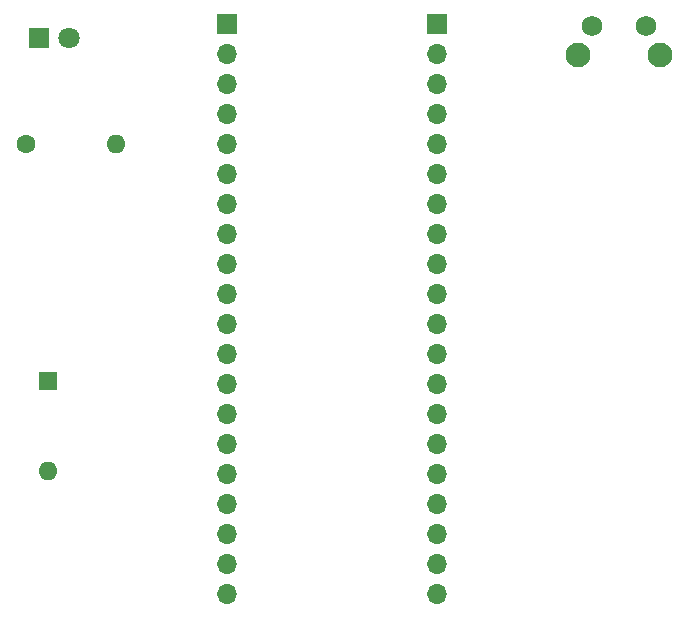
<source format=gbr>
%TF.GenerationSoftware,KiCad,Pcbnew,8.0.4*%
%TF.CreationDate,2024-08-11T18:13:53+02:00*%
%TF.ProjectId,PiChannelF,50694368-616e-46e6-956c-462e6b696361,1*%
%TF.SameCoordinates,Original*%
%TF.FileFunction,Soldermask,Bot*%
%TF.FilePolarity,Negative*%
%FSLAX46Y46*%
G04 Gerber Fmt 4.6, Leading zero omitted, Abs format (unit mm)*
G04 Created by KiCad (PCBNEW 8.0.4) date 2024-08-11 18:13:53*
%MOMM*%
%LPD*%
G01*
G04 APERTURE LIST*
%ADD10R,1.600000X1.600000*%
%ADD11O,1.600000X1.600000*%
%ADD12R,1.800000X1.800000*%
%ADD13C,1.800000*%
%ADD14C,1.600000*%
%ADD15R,1.700000X1.700000*%
%ADD16O,1.700000X1.700000*%
%ADD17C,2.100000*%
%ADD18C,1.750000*%
G04 APERTURE END LIST*
D10*
%TO.C,D1*%
X75850000Y-58300000D03*
D11*
X75850000Y-65920000D03*
%TD*%
D12*
%TO.C,D2*%
X75135000Y-29275000D03*
D13*
X77675000Y-29275000D03*
%TD*%
D14*
%TO.C,R1*%
X74005000Y-38225000D03*
D11*
X81625000Y-38225000D03*
%TD*%
D15*
%TO.C,J1*%
X108825000Y-28085000D03*
D16*
X108825000Y-30625000D03*
X108825000Y-33165000D03*
X108825000Y-35705000D03*
X108825000Y-38245000D03*
X108825000Y-40785000D03*
X108825000Y-43325000D03*
X108825000Y-45865000D03*
X108825000Y-48405000D03*
X108825000Y-50945000D03*
X108825000Y-53485000D03*
X108825000Y-56025000D03*
X108825000Y-58565000D03*
X108825000Y-61105000D03*
X108825000Y-63645000D03*
X108825000Y-66185000D03*
X108825000Y-68725000D03*
X108825000Y-71265000D03*
X108825000Y-73805000D03*
X108825000Y-76345000D03*
%TD*%
D17*
%TO.C,SW1*%
X127725000Y-30690000D03*
X120715000Y-30690000D03*
D18*
X126475000Y-28200000D03*
X121975000Y-28200000D03*
%TD*%
D15*
%TO.C,J2*%
X91050000Y-28085000D03*
D16*
X91050000Y-30625000D03*
X91050000Y-33165000D03*
X91050000Y-35705000D03*
X91050000Y-38245000D03*
X91050000Y-40785000D03*
X91050000Y-43325000D03*
X91050000Y-45865000D03*
X91050000Y-48405000D03*
X91050000Y-50945000D03*
X91050000Y-53485000D03*
X91050000Y-56025000D03*
X91050000Y-58565000D03*
X91050000Y-61105000D03*
X91050000Y-63645000D03*
X91050000Y-66185000D03*
X91050000Y-68725000D03*
X91050000Y-71265000D03*
X91050000Y-73805000D03*
X91050000Y-76345000D03*
%TD*%
M02*

</source>
